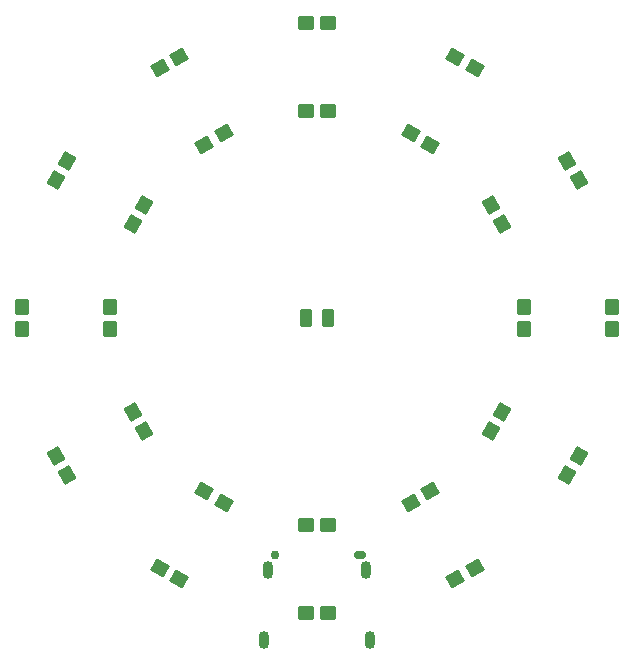
<source format=gbr>
%TF.GenerationSoftware,KiCad,Pcbnew,6.0.7+dfsg-1~bpo11+1*%
%TF.CreationDate,2022-09-09T13:16:43+02:00*%
%TF.ProjectId,pcb,7063622e-6b69-4636-9164-5f7063625858,0.1*%
%TF.SameCoordinates,Original*%
%TF.FileFunction,Soldermask,Bot*%
%TF.FilePolarity,Negative*%
%FSLAX46Y46*%
G04 Gerber Fmt 4.6, Leading zero omitted, Abs format (unit mm)*
G04 Created by KiCad (PCBNEW 6.0.7+dfsg-1~bpo11+1) date 2022-09-09 13:16:43*
%MOMM*%
%LPD*%
G01*
G04 APERTURE LIST*
G04 Aperture macros list*
%AMRoundRect*
0 Rectangle with rounded corners*
0 $1 Rounding radius*
0 $2 $3 $4 $5 $6 $7 $8 $9 X,Y pos of 4 corners*
0 Add a 4 corners polygon primitive as box body*
4,1,4,$2,$3,$4,$5,$6,$7,$8,$9,$2,$3,0*
0 Add four circle primitives for the rounded corners*
1,1,$1+$1,$2,$3*
1,1,$1+$1,$4,$5*
1,1,$1+$1,$6,$7*
1,1,$1+$1,$8,$9*
0 Add four rect primitives between the rounded corners*
20,1,$1+$1,$2,$3,$4,$5,0*
20,1,$1+$1,$4,$5,$6,$7,0*
20,1,$1+$1,$6,$7,$8,$9,0*
20,1,$1+$1,$8,$9,$2,$3,0*%
G04 Aperture macros list end*
%ADD10C,0.750000*%
%ADD11O,1.050000X0.750000*%
%ADD12O,0.900000X1.500000*%
%ADD13RoundRect,0.050000X0.525000X0.600000X-0.525000X0.600000X-0.525000X-0.600000X0.525000X-0.600000X0*%
%ADD14RoundRect,0.050000X0.600000X-0.525000X0.600000X0.525000X-0.600000X0.525000X-0.600000X-0.525000X0*%
%ADD15RoundRect,0.050000X0.257115X-0.754663X0.782115X0.154663X-0.257115X0.754663X-0.782115X-0.154663X0*%
%ADD16RoundRect,0.050000X0.154663X0.782115X-0.754663X0.257115X-0.154663X-0.782115X0.754663X-0.257115X0*%
%ADD17RoundRect,0.050000X-0.754663X-0.257115X0.154663X-0.782115X0.754663X0.257115X-0.154663X0.782115X0*%
%ADD18RoundRect,0.050000X-0.257115X0.754663X-0.782115X-0.154663X0.257115X-0.754663X0.782115X0.154663X0*%
%ADD19RoundRect,0.050000X0.782115X-0.154663X0.257115X0.754663X-0.782115X0.154663X-0.257115X-0.754663X0*%
%ADD20RoundRect,0.050000X-0.782115X0.154663X-0.257115X-0.754663X0.782115X-0.154663X0.257115X0.754663X0*%
%ADD21RoundRect,0.050000X0.754663X0.257115X-0.154663X0.782115X-0.754663X-0.257115X0.154663X-0.782115X0*%
%ADD22RoundRect,0.050000X-0.450000X-0.700000X0.450000X-0.700000X0.450000X0.700000X-0.450000X0.700000X0*%
%ADD23RoundRect,0.050000X-0.154663X-0.782115X0.754663X-0.257115X0.154663X0.782115X-0.754663X0.257115X0*%
%ADD24RoundRect,0.050000X-0.525000X-0.600000X0.525000X-0.600000X0.525000X0.600000X-0.525000X0.600000X0*%
%ADD25RoundRect,0.050000X-0.600000X0.525000X-0.600000X-0.525000X0.600000X-0.525000X0.600000X0.525000X0*%
G04 APERTURE END LIST*
D10*
%TO.C,X1*%
X146400000Y-120080000D03*
D11*
X153600000Y-120080000D03*
D12*
X145510000Y-127280000D03*
X154130000Y-121330000D03*
X154490000Y-127280000D03*
X145870000Y-121330000D03*
%TD*%
D13*
%TO.C,V17*%
X175000000Y-99050000D03*
X175000000Y-100950000D03*
%TD*%
D14*
%TO.C,V14*%
X150950000Y-125000000D03*
X149050000Y-125000000D03*
%TD*%
D15*
%TO.C,V13*%
X138322724Y-122126000D03*
X136677276Y-121176000D03*
%TD*%
D16*
%TO.C,V18*%
X171176000Y-86677276D03*
X172126000Y-88322724D03*
%TD*%
D13*
%TO.C,V29*%
X167500000Y-99050000D03*
X167500000Y-100950000D03*
%TD*%
D15*
%TO.C,V25*%
X142072724Y-115630000D03*
X140427276Y-114680000D03*
%TD*%
D17*
%TO.C,V10*%
X127874000Y-88322724D03*
X128824000Y-86677276D03*
%TD*%
D18*
%TO.C,V19*%
X161677276Y-77874000D03*
X163322724Y-78824000D03*
%TD*%
D19*
%TO.C,V15*%
X163322724Y-121176000D03*
X161677276Y-122126000D03*
%TD*%
D20*
%TO.C,V9*%
X136677276Y-78824000D03*
X138322724Y-77874000D03*
%TD*%
D21*
%TO.C,V16*%
X172126000Y-111677276D03*
X171176000Y-113322724D03*
%TD*%
D18*
%TO.C,V31*%
X157927276Y-84370000D03*
X159572724Y-85320000D03*
%TD*%
D16*
%TO.C,V30*%
X164680000Y-90427276D03*
X165630000Y-92072724D03*
%TD*%
D20*
%TO.C,V21*%
X140427276Y-85320000D03*
X142072724Y-84370000D03*
%TD*%
D19*
%TO.C,V27*%
X159572724Y-114680000D03*
X157927276Y-115630000D03*
%TD*%
D21*
%TO.C,V28*%
X165630000Y-107927276D03*
X164680000Y-109572724D03*
%TD*%
D22*
%TO.C,V34*%
X149050000Y-100000000D03*
X150950000Y-100000000D03*
%TD*%
D23*
%TO.C,V12*%
X128824000Y-113322724D03*
X127874000Y-111677276D03*
%TD*%
D24*
%TO.C,V23*%
X132500000Y-100950000D03*
X132500000Y-99050000D03*
%TD*%
D23*
%TO.C,V24*%
X135320000Y-109572724D03*
X134370000Y-107927276D03*
%TD*%
D25*
%TO.C,V8*%
X149050000Y-75000000D03*
X150950000Y-75000000D03*
%TD*%
%TO.C,V20*%
X149050000Y-82500000D03*
X150950000Y-82500000D03*
%TD*%
D17*
%TO.C,V22*%
X134370000Y-92072724D03*
X135320000Y-90427276D03*
%TD*%
D24*
%TO.C,V11*%
X125000000Y-100950000D03*
X125000000Y-99050000D03*
%TD*%
D14*
%TO.C,V26*%
X150950000Y-117500000D03*
X149050000Y-117500000D03*
%TD*%
M02*

</source>
